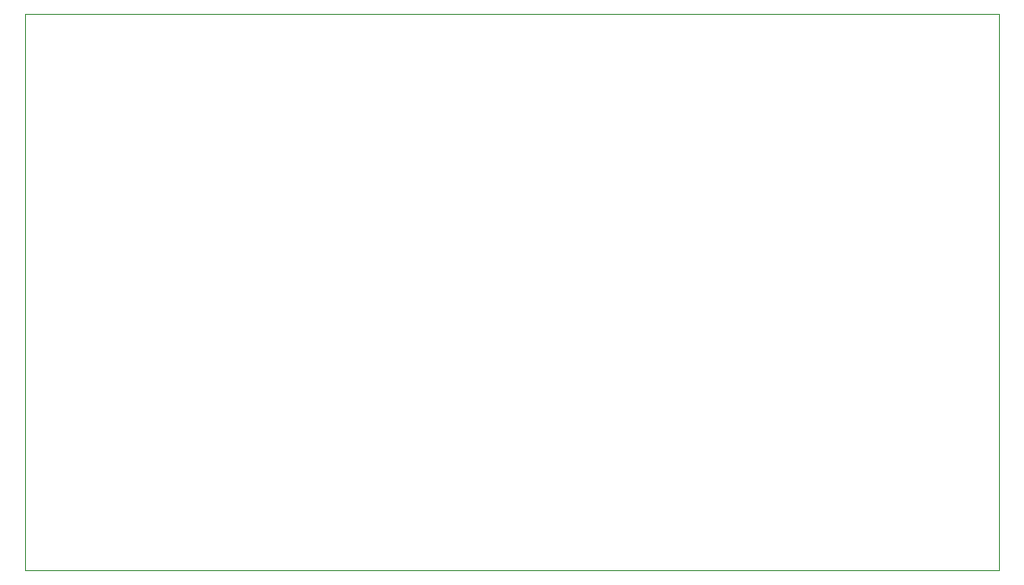
<source format=gbr>
%TF.GenerationSoftware,KiCad,Pcbnew,6.0.11-2627ca5db0~126~ubuntu20.04.1*%
%TF.CreationDate,2023-06-27T09:44:52-05:00*%
%TF.ProjectId,runLimiter,72756e4c-696d-4697-9465-722e6b696361,01*%
%TF.SameCoordinates,Original*%
%TF.FileFunction,Profile,NP*%
%FSLAX46Y46*%
G04 Gerber Fmt 4.6, Leading zero omitted, Abs format (unit mm)*
G04 Created by KiCad (PCBNEW 6.0.11-2627ca5db0~126~ubuntu20.04.1) date 2023-06-27 09:44:52*
%MOMM*%
%LPD*%
G01*
G04 APERTURE LIST*
%TA.AperFunction,Profile*%
%ADD10C,0.100000*%
%TD*%
G04 APERTURE END LIST*
D10*
X76200000Y-63500000D02*
X165100000Y-63500000D01*
X165100000Y-63500000D02*
X165100000Y-114300000D01*
X165100000Y-114300000D02*
X76200000Y-114300000D01*
X76200000Y-114300000D02*
X76200000Y-63500000D01*
M02*

</source>
